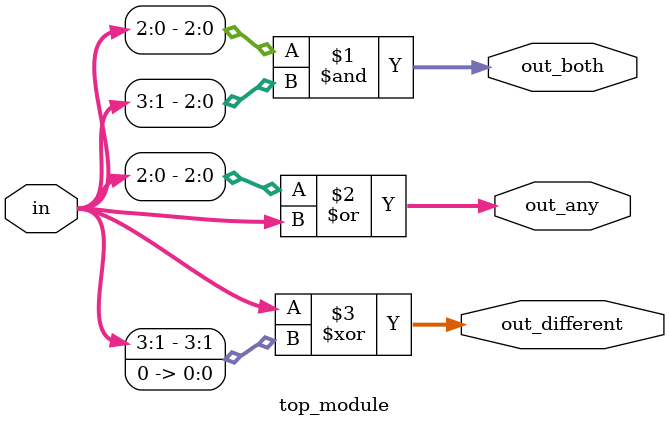
<source format=sv>
module top_module (
    input [3:0] in,
    output [2:0] out_both,
    output [3:0] out_any,
    output [3:0] out_different
);

assign out_both = in[2:0] & in[3:1];
assign out_any = in[2:0] | in[3:0];
assign out_different = in ^ {in[3:1], 1'b0};

endmodule

</source>
